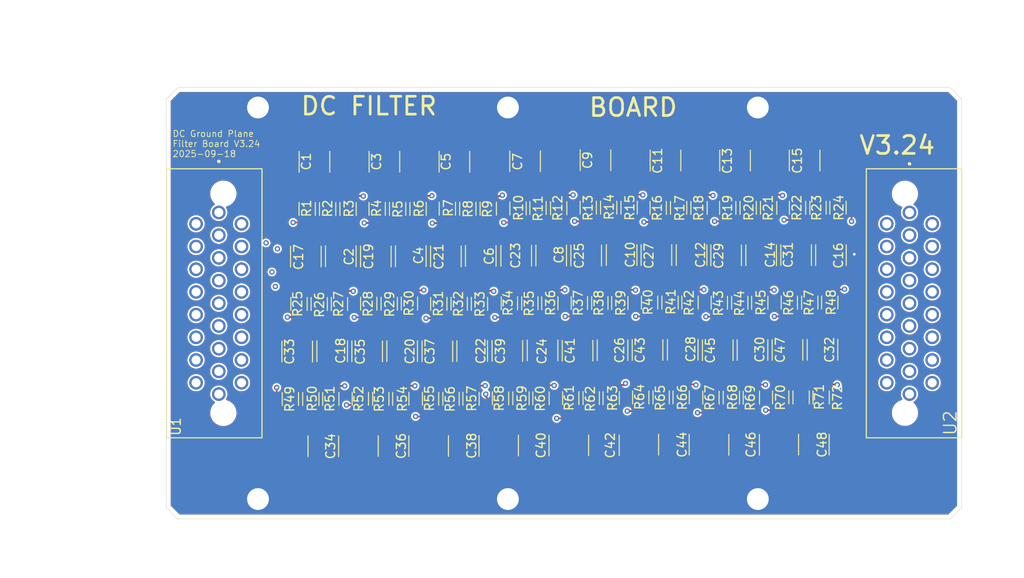
<source format=kicad_pcb>
(kicad_pcb
	(version 20241229)
	(generator "pcbnew")
	(generator_version "9.0")
	(general
		(thickness 1.6)
		(legacy_teardrops no)
	)
	(paper "A4")
	(layers
		(0 "F.Cu" signal)
		(4 "In1.Cu" signal)
		(6 "In2.Cu" signal)
		(2 "B.Cu" signal)
		(9 "F.Adhes" user "F.Adhesive")
		(11 "B.Adhes" user "B.Adhesive")
		(13 "F.Paste" user)
		(15 "B.Paste" user)
		(5 "F.SilkS" user "F.Silkscreen")
		(7 "B.SilkS" user "B.Silkscreen")
		(1 "F.Mask" user)
		(3 "B.Mask" user)
		(17 "Dwgs.User" user "User.Drawings")
		(19 "Cmts.User" user "User.Comments")
		(21 "Eco1.User" user "User.Eco1")
		(23 "Eco2.User" user "User.Eco2")
		(25 "Edge.Cuts" user)
		(27 "Margin" user)
		(31 "F.CrtYd" user "F.Courtyard")
		(29 "B.CrtYd" user "B.Courtyard")
		(35 "F.Fab" user)
		(33 "B.Fab" user)
		(39 "User.1" user)
		(41 "User.2" user)
		(43 "User.3" user)
		(45 "User.4" user)
	)
	(setup
		(stackup
			(layer "F.SilkS"
				(type "Top Silk Screen")
			)
			(layer "F.Paste"
				(type "Top Solder Paste")
			)
			(layer "F.Mask"
				(type "Top Solder Mask")
				(thickness 0.01)
			)
			(layer "F.Cu"
				(type "copper")
				(thickness 0.035)
			)
			(layer "dielectric 1"
				(type "prepreg")
				(thickness 0.1)
				(material "FR4")
				(epsilon_r 4.5)
				(loss_tangent 0.02)
			)
			(layer "In1.Cu"
				(type "copper")
				(thickness 0.035)
			)
			(layer "dielectric 2"
				(type "core")
				(thickness 1.24)
				(material "FR4")
				(epsilon_r 4.5)
				(loss_tangent 0.02)
			)
			(layer "In2.Cu"
				(type "copper")
				(thickness 0.035)
			)
			(layer "dielectric 3"
				(type "prepreg")
				(thickness 0.1)
				(material "FR4")
				(epsilon_r 4.5)
				(loss_tangent 0.02)
			)
			(layer "B.Cu"
				(type "copper")
				(thickness 0.035)
			)
			(layer "B.Mask"
				(type "Bottom Solder Mask")
				(thickness 0.01)
			)
			(layer "B.Paste"
				(type "Bottom Solder Paste")
			)
			(layer "B.SilkS"
				(type "Bottom Silk Screen")
			)
			(copper_finish "None")
			(dielectric_constraints no)
		)
		(pad_to_mask_clearance 0)
		(allow_soldermask_bridges_in_footprints no)
		(tenting front back)
		(pcbplotparams
			(layerselection 0x00000000_00000000_55555555_5755f5ff)
			(plot_on_all_layers_selection 0x00000000_00000000_00000000_00000000)
			(disableapertmacros no)
			(usegerberextensions no)
			(usegerberattributes yes)
			(usegerberadvancedattributes yes)
			(creategerberjobfile yes)
			(dashed_line_dash_ratio 12.000000)
			(dashed_line_gap_ratio 3.000000)
			(svgprecision 4)
			(plotframeref no)
			(mode 1)
			(useauxorigin no)
			(hpglpennumber 1)
			(hpglpenspeed 20)
			(hpglpendiameter 15.000000)
			(pdf_front_fp_property_popups yes)
			(pdf_back_fp_property_popups yes)
			(pdf_metadata yes)
			(pdf_single_document no)
			(dxfpolygonmode yes)
			(dxfimperialunits yes)
			(dxfusepcbnewfont yes)
			(psnegative no)
			(psa4output no)
			(plot_black_and_white yes)
			(sketchpadsonfab no)
			(plotpadnumbers no)
			(hidednponfab no)
			(sketchdnponfab yes)
			(crossoutdnponfab yes)
			(subtractmaskfromsilk no)
			(outputformat 1)
			(mirror no)
			(drillshape 1)
			(scaleselection 1)
			(outputdirectory "")
		)
	)
	(net 0 "")
	(net 1 "Net-(U1-PIN14)")
	(net 2 "Net-(C2-Pad1)")
	(net 3 "Net-(U2-PIN2)")
	(net 4 "Net-(U1-PIN15)")
	(net 5 "Net-(C4-Pad1)")
	(net 6 "Net-(U2-PIN3)")
	(net 7 "Net-(U1-PIN16)")
	(net 8 "Net-(C6-Pad1)")
	(net 9 "Net-(U2-PIN4)")
	(net 10 "Net-(U1-PIN17)")
	(net 11 "Net-(C8-Pad1)")
	(net 12 "Net-(C10-Pad1)")
	(net 13 "Net-(U1-PIN18)")
	(net 14 "Net-(U1-PIN19)")
	(net 15 "Net-(C12-Pad1)")
	(net 16 "Net-(U2-PIN5)")
	(net 17 "Net-(U2-PIN6)")
	(net 18 "Net-(U2-PIN7)")
	(net 19 "Net-(C14-Pad1)")
	(net 20 "Net-(U1-PIN20)")
	(net 21 "Net-(U1-PIN21)")
	(net 22 "Net-(C16-Pad1)")
	(net 23 "Net-(C18-Pad1)")
	(net 24 "Net-(U1-PIN22)")
	(net 25 "Net-(U2-PIN8)")
	(net 26 "Net-(U2-PIN9)")
	(net 27 "Net-(C48-Pad1)")
	(net 28 "Net-(C20-Pad1)")
	(net 29 "Net-(U1-PIN23)")
	(net 30 "Net-(U1-PIN24)")
	(net 31 "Net-(C22-Pad1)")
	(net 32 "Net-(C24-Pad1)")
	(net 33 "Net-(U1-PIN25)")
	(net 34 "Net-(U2-PIN11)")
	(net 35 "Net-(U2-PIN12)")
	(net 36 "Net-(U1-PIN2)")
	(net 37 "Net-(U1-PIN3)")
	(net 38 "Net-(U1-PIN4)")
	(net 39 "Net-(C47-Pad1)")
	(net 40 "Net-(U1-PIN7)")
	(net 41 "Net-(U1-PIN8)")
	(net 42 "Net-(U1-PIN9)")
	(net 43 "Net-(U1-PIN10)")
	(net 44 "Net-(C46-Pad1)")
	(net 45 "Net-(U1-PIN12)")
	(net 46 "Net-(U2-PIN1)")
	(net 47 "Net-(U1-PIN1)")
	(net 48 "unconnected-(U2-PIN13-Pad13)")
	(net 49 "Net-(U1-PIN6)")
	(net 50 "unconnected-(U1-PIN13-Pad13)")
	(net 51 "Net-(C11-Pad1)")
	(net 52 "Net-(C23-Pad1)")
	(net 53 "Net-(C21-Pad1)")
	(net 54 "Net-(C19-Pad1)")
	(net 55 "Net-(C17-Pad1)")
	(net 56 "Net-(C15-Pad1)")
	(net 57 "Net-(C13-Pad1)")
	(net 58 "Net-(C9-Pad1)")
	(net 59 "Net-(C5-Pad1)")
	(net 60 "Net-(C3-Pad1)")
	(net 61 "Net-(C1-Pad1)")
	(net 62 "Net-(C7-Pad1)")
	(net 63 "Net-(C45-Pad1)")
	(net 64 "Net-(U2-PIN25)")
	(net 65 "Net-(C44-Pad1)")
	(net 66 "Net-(U2-PIN24)")
	(net 67 "Net-(C43-Pad1)")
	(net 68 "Net-(C42-Pad1)")
	(net 69 "Net-(U2-PIN23)")
	(net 70 "Net-(C41-Pad1)")
	(net 71 "Net-(C40-Pad1)")
	(net 72 "Net-(U2-PIN22)")
	(net 73 "Net-(C39-Pad1)")
	(net 74 "Net-(C38-Pad1)")
	(net 75 "Net-(C37-Pad1)")
	(net 76 "Net-(C36-Pad1)")
	(net 77 "Net-(U2-PIN14)")
	(net 78 "Net-(C35-Pad1)")
	(net 79 "Net-(C34-Pad1)")
	(net 80 "Net-(U2-PIN15)")
	(net 81 "Net-(C33-Pad1)")
	(net 82 "Net-(C32-Pad1)")
	(net 83 "Net-(U2-PIN16)")
	(net 84 "Net-(C31-Pad1)")
	(net 85 "Net-(C30-Pad1)")
	(net 86 "Net-(U2-PIN17)")
	(net 87 "Net-(C29-Pad1)")
	(net 88 "Net-(C28-Pad1)")
	(net 89 "Net-(U2-PIN18)")
	(net 90 "Net-(C27-Pad1)")
	(net 91 "Net-(C26-Pad1)")
	(net 92 "Net-(U2-PIN19)")
	(net 93 "Net-(C25-Pad1)")
	(net 94 "Net-(U2-PIN10)")
	(net 95 "Net-(U2-PIN20)")
	(net 96 "Net-(U1-PIN11)")
	(net 97 "Net-(U1-PIN5)")
	(net 98 "Net-(U2-PIN21)")
	(net 99 "GND")
	(footprint "Resistor_SMD:R_1206_3216Metric" (layer "F.Cu") (at 143.7894 94.2995 90))
	(footprint "Capacitor_SMD:C_1812_4532Metric" (layer "F.Cu") (at 97.282 110.3409 -90))
	(footprint "Capacitor_SMD:C_1812_4532Metric" (layer "F.Cu") (at 106.0704 99.7023 -90))
	(footprint "Capacitor_SMD:C_1812_4532Metric" (layer "F.Cu") (at 136.4742 110.1778 -90))
	(footprint "Capacitor_SMD:C_1812_4532Metric" (layer "F.Cu") (at 96.2914 120.9728 -90))
	(footprint "Capacitor_SMD:C_1812_4532Metric" (layer "F.Cu") (at 105.1052 110.3302 -90))
	(footprint "Resistor_SMD:R_1206_3216Metric" (layer "F.Cu") (at 125.9078 94.2774 90))
	(footprint "Resistor_SMD:R_1206_3216Metric" (layer "F.Cu") (at 109.2026 105.043 90))
	(footprint "Capacitor_SMD:C_1812_4532Metric" (layer "F.Cu") (at 94.3386 99.7491 90))
	(footprint "Resistor_SMD:R_1206_3216Metric" (layer "F.Cu") (at 118.3894 115.6134 -90))
	(footprint "Resistor_SMD:R_1206_3216Metric" (layer "F.Cu") (at 132.7658 104.8946 90))
	(footprint "Resistor_SMD:R_1206_3216Metric" (layer "F.Cu") (at 150.6728 104.8946 90))
	(footprint "IMPORTED:BEL_DCCM25PCBR" (layer "F.Cu") (at 78.7654 104.978 90))
	(footprint "Resistor_SMD:R_1206_3216Metric" (layer "F.Cu") (at 142.8496 104.92 90))
	(footprint "Capacitor_SMD:C_1812_4532Metric" (layer "F.Cu") (at 125.6792 99.6368 90))
	(footprint "Capacitor_SMD:C_1812_4532Metric" (layer "F.Cu") (at 109.993 99.727 90))
	(footprint "Capacitor_SMD:C_1812_4532Metric" (layer "F.Cu") (at 124.714 110.2794 90))
	(footprint "Resistor_SMD:R_1206_3216Metric" (layer "F.Cu") (at 94.8944 115.6896 -90))
	(footprint "Resistor_SMD:R_1206_3216Metric" (layer "F.Cu") (at 114.7318 94.3937 -90))
	(footprint "Resistor_SMD:R_1206_3216Metric" (layer "F.Cu") (at 126.238 115.588 90))
	(footprint "Resistor_SMD:R_1206_3216Metric" (layer "F.Cu") (at 134.0612 115.5118 90))
	(footprint "IMPORTED:BEL_M83513_13-D01NP" (layer "F.Cu") (at 167.6654 104.978 -90))
	(footprint "Resistor_SMD:R_1206_3216Metric" (layer "F.Cu") (at 123.952 115.588 90))
	(footprint "Resistor_SMD:R_1206_3216Metric" (layer "F.Cu") (at 112.8014 115.6642 -90))
	(footprint "Resistor_SMD:R_1206_3216Metric" (layer "F.Cu") (at 98.0948 105.0577 -90))
	(footprint "Capacitor_SMD:C_1812_4532Metric" (layer "F.Cu") (at 102.1618 99.731 90))
	(footprint "Resistor_SMD:R_1206_3216Metric" (layer "F.Cu") (at 151.59455 94.2955 -90))
	(footprint "Capacitor_SMD:C_1812_4532Metric" (layer "F.Cu") (at 149.1488 99.586 90))
	(footprint "Resistor_SMD:R_1206_3216Metric" (layer "F.Cu") (at 151.9428 115.5118 -90))
	(footprint "Capacitor_SMD:C_1812_4532Metric" (layer "F.Cu") (at 128.6256 110.2286 -90))
	(footprint "Resistor_SMD:R_1206_3216Metric" (layer "F.Cu") (at 128.1938 94.2774 -90))
	(footprint "Resistor_SMD:R_1206_3216Metric" (layer "F.Cu") (at 133.728 94.3102 90))
	(footprint "Capacitor_SMD:C_1812_4532Metric" (layer "F.Cu") (at 104.14 120.9474 -90))
	(footprint "Resistor_SMD:R_1206_3216Metric" (layer "F.Cu") (at 112.4458 94.3937 90))
	(footprint "Resistor_SMD:R_1206_3216Metric" (layer "F.Cu") (at 93.5736 105.047 90))
	(footprint "Capacitor_SMD:C_1812_4532Metric" (layer "F.Cu") (at 134.5438 89.009 90))
	(footprint "Capacitor_SMD:C_1812_4532Metric" (layer "F.Cu") (at 148.1836 110.2032 90))
	(footprint "Capacitor_SMD:C_1812_4532Metric" (layer "F.Cu") (at 101.1936 110.3556 90))
	(footprint "Resistor_SMD:R_1206_3216Metric" (layer "F.Cu") (at 106.8832 94.4191 90))
	(footprint "Resistor_SMD:R_1206_3216Metric" (layer "F.Cu") (at 104.9528 115.6642 -90))
	(footprint "Resistor_SMD:R_1206_3216Metric" (layer "F.Cu") (at 122.6058 94.3429 -90))
	(footprint "Capacitor_SMD:C_1812_4532Metric" (layer "F.Cu") (at 132.5372 110.2032 90))
	(footprint "Resistor_SMD:R_1206_3216Metric" (layer "F.Cu") (at 110.1598 94.3937 90))
	(footprint "Resistor_SMD:R_1206_3216Metric"
		(layer "F.Cu")
		(uuid "59459bd0-f2b1-4353-bd73-1ce49c984948")
		(at 104.5972 94.4191 -90)
		(descr "Resistor SMD 1206 (3216 Metric), square (rectangular) end terminal, IPC-7351 nominal, (Body size source: IPC-SM-782 page 72, https://www.pcb-3d.com/wordpress/wp-content/uploads/ipc-sm-782a_amendment_1_and_2.pdf), generated with kicad-footprint-generator")
		(tags "resistor")
		(property "Reference" "R5"
			(at 0.0254 -0.0254 90)
			(layer "F.SilkS")
			(uuid "7059d310-792c-4782-b5ab-a40abfd7026d")
			(effects
				(font
					(size 1 1)
					(thickness 0.15)
				)
			)
		)
		(property "Value" "1k"
			(at 0 1.83 90)
			(layer "F.Fab")
			(uuid "9a67da3a-0db5-499a-8ab0-25a17fa6a431")
			(effects
				(font
					(size 1 1)
					(thickness 0.15)
				)
			)
		)
		(property "Datasheet" ""
			(at 0 0 90)
			(layer "F.Fab")
			(hide yes)
			(uuid "1c760d8e-3444-4a14-8d59-f1ee735fb9c4")
			(effects
				(font
					(size 1.27 1.27)
					(thickness 0.15)
				)
			)
		)
		(property "Description" "Resistor, US symbol"
			(at 0 0 90)
			(layer "F.Fab")
			(hide yes)
			(uuid "c9c90b92-3e50-42c6-8905-c1cec67564f3")
			(effects
				(font
					(size 1.27 1.27)
					(thickness 0.15)
				)
			)
		)
		(property ki_fp_filters "R_*")
		(path "/9deda5db-fd93-4ef6-8c40-4cf87f2a7c55")
		(sheetname "/")
		(sheetfile "4K_uD_filterboard_V3.24.kicad_sch")
		(attr smd)
		(fp_line
			(start -0.727064 0.91)
			(end 0.727064 0.91)
			(stroke
				(width 0.12)
				(type solid)
			)
			(layer "F.SilkS")
			(uuid "12ab9844-4872-4fab-b5ed-e125749f1c78")
		)
		(fp_line
			(start -0.727064 -0.91)
			(end 0.727064 -0.91)
			(stroke
				(width 0.12)
				(type solid)
			)
			(layer "F.SilkS")
			(uuid "9f48d47b-499f-45bb-806b-405ae092fadb")
		)
		(fp_line
			(start -2.28 1.13)
			(end -2.28 -1.13)
			(stroke
				(width 0.05)
				(type solid)
			)
			(layer "F.CrtYd")
			(uuid "f07a49b5-17b3-4978-8141-8ab6f577c55d")
		)
		(fp_line
			(start 2.28 1.13)
			(end -2.28 1.13)
			(stroke
				(width 0.05)
				(type solid)
			)
			(layer "F.CrtYd")
			(uuid "b4554a98-4390-47ba-ac6a-3eb8b563f43e")
		)
		(fp_line
			(start -2.28 -1.13)
			(end 2.28 -1.13)
			(stroke
				(width 0.05)
				(type solid)
			)
			(layer "F.CrtYd")
			(uuid "4a273fc9-6339-4f81-a549-f497c1703c56")
		)
		(fp_line
			(start 2.28 -1.13)
			(end 2.28 1.13)
			(stroke
				(width 0.05)
				(type solid)
			)
			(layer "F.CrtYd")
			(uuid "3d486cc3-b92b-4bac-ae02-41c4edc21b6b")
		)
		(fp_line
			(start -1.6 0.8)
			(end -1.6 -0.8)
			(stroke
				(width 0.1)
				(type solid)
			)
			(layer "F.Fab")
			(uuid "035628b2-62c3-4160-afc4-c10f05e38fca")
		)
		(fp_line
			(start 1.6 0.8)
			(end -1.6 0.8)
			(stroke
				(width 0.1)
				(type solid)
			)
			(layer "F.Fab")
			(uuid "39e461cc-2bbc-4bc7-b2a0-9ac27158fc23")
		)
		(fp_line
			(start -1.6 -0.8)
			(end 1.6 -0.8)
			(stroke
				(width 0.1)
				(type solid)
			)
			(layer "F.Fab")
			(uuid "61a79c63-8d2e-46af-af39-190e2ae32a28")
		)
		(fp_line
			(start 1.6 -0.8)
			(end 1.6 0.8)
			(stroke
				(width 0.1)
				(type solid)
			)
			(layer "F.Fab")
			(uuid "02505c9f-5695-4cbe-9b28-191619e759f5")
		)
		(fp_text user "${REFERENCE}"
			(at 0 0 90)
			(layer "F.Fab")
			(uuid "b14884c5-ce07-4c7a-a102-e11b1d67a2a8")
			(effects
				(font
					(size 0.8 0.8)
					(thickness 0.12)
				)
			)
		)
		(pad "1" smd roundrect
			(at -1.4625 0 270)
			(size 1.125 1.75)
			(layers "F.Cu" "F.Mask" "F.Paste")
			(roundrect_rratio 0.222222)
			(net 60 "Net-(C3-Pad1)")
			(pintype "passive")
			(uuid "ed2d83bc-f516-4763-9b12-c4d214fef58f")
		)
		(pad "2" smd roundrect
			(at 1.4625 0 270)
			(size 1.125 1.75)
			(layers "F.Cu" "F.Mask" "F.Paste")
			(
... [1110520 chars truncated]
</source>
